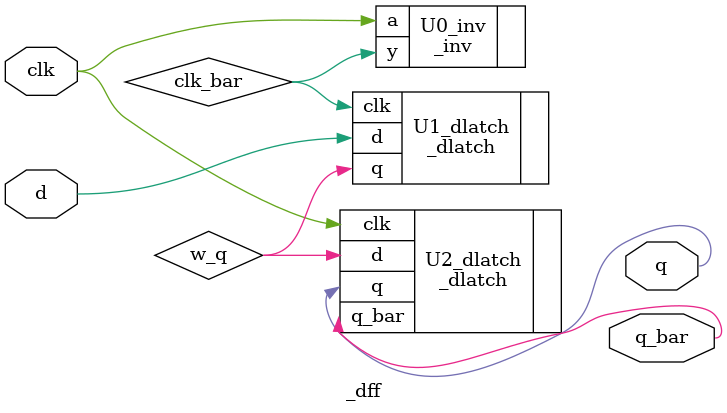
<source format=v>
module _dff(clk, d, q, q_bar); // clk에 따라서 q와 ~q를 출력해주는 D-flip flop

	input clk, d;
	output q, q_bar;
	wire clk_bar, w_q;
	
	_inv U0_inv (.a(clk), .y(clk_bar)); // ~clk 값을 clk_bar로 연결 
	_dlatch U1_dlatch (.clk(clk_bar), .d(d), .q(w_q)); // ~clk와 D를 입력으로 하여 w_q를 출력 
	_dlatch U2_dlatch (.clk(clk), .d(w_q), .q(q), .q_bar(q_bar)); // clk와 wire w_q를 입력으로 하여 output q, q_bar를 출력 
	
endmodule

</source>
